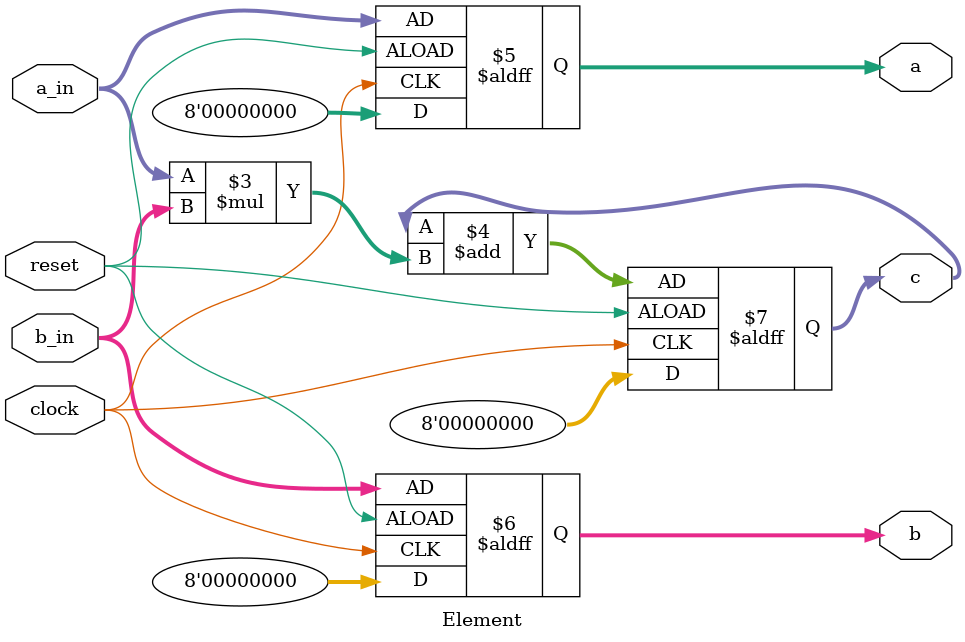
<source format=v>
module Element(clock, reset, a_in, b_in, a, b, c);

input wire clock;
input wire reset;
input wire [7:0]a_in;
input wire [7:0]b_in;
output reg [7:0]a;
output reg [7:0]b;
output reg [7:0]c;


always @ (posedge clock or negedge reset)
begin
    if (~reset) begin
        c = c + a_in * b_in;  // reset register
        a <= a_in;
        b <= b_in;
    end else begin
        a <= 8'b0;
        b <= 8'b0;
        c <= 8'b0;
    end
end

endmodule

</source>
